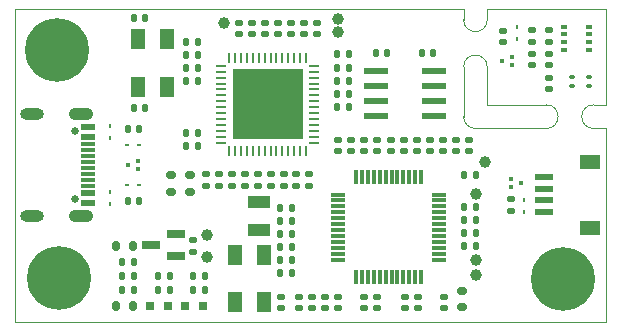
<source format=gbr>
%TF.GenerationSoftware,KiCad,Pcbnew,6.0.10-86aedd382b~118~ubuntu22.04.1*%
%TF.CreationDate,2023-01-11T10:16:45+01:00*%
%TF.ProjectId,nuc-compute-cluster-environment-sensor,6e75632d-636f-46d7-9075-74652d636c75,rev?*%
%TF.SameCoordinates,Original*%
%TF.FileFunction,Soldermask,Top*%
%TF.FilePolarity,Negative*%
%FSLAX46Y46*%
G04 Gerber Fmt 4.6, Leading zero omitted, Abs format (unit mm)*
G04 Created by KiCad (PCBNEW 6.0.10-86aedd382b~118~ubuntu22.04.1) date 2023-01-11 10:16:45 commit a17aeb8*
%MOMM*%
%LPD*%
G01*
G04 APERTURE LIST*
G04 Aperture macros list*
%AMRoundRect*
0 Rectangle with rounded corners*
0 $1 Rounding radius*
0 $2 $3 $4 $5 $6 $7 $8 $9 X,Y pos of 4 corners*
0 Add a 4 corners polygon primitive as box body*
4,1,4,$2,$3,$4,$5,$6,$7,$8,$9,$2,$3,0*
0 Add four circle primitives for the rounded corners*
1,1,$1+$1,$2,$3*
1,1,$1+$1,$4,$5*
1,1,$1+$1,$6,$7*
1,1,$1+$1,$8,$9*
0 Add four rect primitives between the rounded corners*
20,1,$1+$1,$2,$3,$4,$5,0*
20,1,$1+$1,$4,$5,$6,$7,0*
20,1,$1+$1,$6,$7,$8,$9,0*
20,1,$1+$1,$8,$9,$2,$3,0*%
G04 Aperture macros list end*
%TA.AperFunction,Profile*%
%ADD10C,0.100000*%
%TD*%
%ADD11R,1.900000X1.100000*%
%ADD12R,2.000000X0.600000*%
%ADD13RoundRect,0.062500X0.062500X-0.117500X0.062500X0.117500X-0.062500X0.117500X-0.062500X-0.117500X0*%
%ADD14RoundRect,0.147500X-0.147500X-0.172500X0.147500X-0.172500X0.147500X0.172500X-0.147500X0.172500X0*%
%ADD15C,0.650000*%
%ADD16R,1.150000X0.600000*%
%ADD17R,1.150000X0.300000*%
%ADD18O,2.100000X1.050000*%
%ADD19O,2.000000X1.000000*%
%ADD20RoundRect,0.147500X0.147500X0.172500X-0.147500X0.172500X-0.147500X-0.172500X0.147500X-0.172500X0*%
%ADD21C,1.000000*%
%ADD22RoundRect,0.062500X-0.375000X-0.062500X0.375000X-0.062500X0.375000X0.062500X-0.375000X0.062500X0*%
%ADD23RoundRect,0.062500X-0.062500X-0.375000X0.062500X-0.375000X0.062500X0.375000X-0.062500X0.375000X0*%
%ADD24R,5.900000X5.900000*%
%ADD25R,1.550000X0.600000*%
%ADD26R,1.800000X1.200000*%
%ADD27C,5.400000*%
%ADD28RoundRect,0.050000X0.150000X-0.150000X0.150000X0.150000X-0.150000X0.150000X-0.150000X-0.150000X0*%
%ADD29RoundRect,0.147500X0.172500X-0.147500X0.172500X0.147500X-0.172500X0.147500X-0.172500X-0.147500X0*%
%ADD30RoundRect,0.147500X-0.172500X0.147500X-0.172500X-0.147500X0.172500X-0.147500X0.172500X0.147500X0*%
%ADD31R,0.500000X0.350000*%
%ADD32RoundRect,0.120000X0.280000X-0.180000X0.280000X0.180000X-0.280000X0.180000X-0.280000X-0.180000X0*%
%ADD33RoundRect,0.075000X0.175000X0.075000X-0.175000X0.075000X-0.175000X-0.075000X0.175000X-0.075000X0*%
%ADD34R,1.200000X1.800000*%
%ADD35RoundRect,0.120000X0.180000X0.280000X-0.180000X0.280000X-0.180000X-0.280000X0.180000X-0.280000X0*%
%ADD36RoundRect,0.070000X0.650000X0.300000X-0.650000X0.300000X-0.650000X-0.300000X0.650000X-0.300000X0*%
%ADD37R,0.800000X0.800000*%
%ADD38RoundRect,0.050000X-0.150000X0.150000X-0.150000X-0.150000X0.150000X-0.150000X0.150000X0.150000X0*%
%ADD39RoundRect,0.062500X0.117500X0.062500X-0.117500X0.062500X-0.117500X-0.062500X0.117500X-0.062500X0*%
%ADD40RoundRect,0.062500X-0.062500X0.117500X-0.062500X-0.117500X0.062500X-0.117500X0.062500X0.117500X0*%
%ADD41R,1.200000X0.300000*%
%ADD42R,0.300000X1.200000*%
G04 APERTURE END LIST*
D10*
X50000000Y18350000D02*
X50000000Y26500000D01*
X48950000Y18350000D02*
G75*
G03*
X48950000Y16350000I0J-1000000D01*
G01*
X44950000Y16350000D02*
G75*
G03*
X44950000Y18350000I0J1000000D01*
G01*
X50000000Y16350000D02*
X50000000Y0D01*
X39950000Y26500000D02*
X50000000Y26500000D01*
X0Y26500000D02*
X0Y0D01*
X48950000Y16350000D02*
X50000000Y16350000D01*
X37950000Y26500000D02*
X0Y26500000D01*
X37948194Y17351594D02*
G75*
G03*
X38948209Y16351594I1000006J6D01*
G01*
X39950000Y18350000D02*
X44950000Y18350000D01*
X39950000Y18350000D02*
X39950000Y21550000D01*
X37950000Y25550000D02*
X37950000Y26500000D01*
X37950000Y21550000D02*
X37948209Y17351594D01*
X39950000Y21550000D02*
G75*
G03*
X37950000Y21550000I-1000000J0D01*
G01*
X48950000Y18350000D02*
X50000000Y18350000D01*
X39950000Y25550000D02*
X39950000Y26500000D01*
X37950000Y25550000D02*
G75*
G03*
X39950000Y25550000I1000000J0D01*
G01*
X38948209Y16351594D02*
X44950000Y16350000D01*
X0Y0D02*
X50000000Y0D01*
D11*
%TO.C,Y2*%
X20650000Y10155000D03*
X20650000Y7745000D03*
%TD*%
D12*
%TO.C,U4*%
X30500000Y21255000D03*
X30500000Y19985000D03*
X30500000Y18715000D03*
X30500000Y17445000D03*
X35400000Y17445000D03*
X35400000Y18715000D03*
X35400000Y19985000D03*
X35400000Y21255000D03*
%TD*%
D13*
%TO.C,D1*%
X8035000Y15540000D03*
X8035000Y16560000D03*
%TD*%
D14*
%TO.C,C10*%
X14465000Y16000000D03*
X15435000Y16000000D03*
%TD*%
%TO.C,C20*%
X12115000Y3850000D03*
X13085000Y3850000D03*
%TD*%
D15*
%TO.C,J1*%
X5065000Y16140000D03*
X5065000Y10360000D03*
D16*
X6140000Y16450000D03*
X6140000Y15650000D03*
D17*
X6140000Y14500000D03*
X6140000Y13500000D03*
X6140000Y13000000D03*
X6140000Y12000000D03*
D16*
X6140000Y10850000D03*
X6140000Y10050000D03*
X6140000Y10050000D03*
X6140000Y10850000D03*
D17*
X6140000Y11500000D03*
X6140000Y12500000D03*
X6140000Y14000000D03*
X6140000Y15000000D03*
D16*
X6140000Y15650000D03*
X6140000Y16450000D03*
D18*
X5565000Y8930000D03*
X5565000Y17570000D03*
D19*
X1385000Y8930000D03*
X1385000Y17570000D03*
%TD*%
D20*
%TO.C,C11*%
X28235000Y20400000D03*
X27265000Y20400000D03*
%TD*%
D14*
%TO.C,R3*%
X9500000Y10200000D03*
X10470000Y10200000D03*
%TD*%
D20*
%TO.C,C5*%
X15435000Y21450000D03*
X14465000Y21450000D03*
%TD*%
D21*
%TO.C,TP7*%
X16200000Y5450000D03*
%TD*%
D22*
%TO.C,U1*%
X17412500Y21650000D03*
X17412500Y21150000D03*
X17412500Y20650000D03*
X17412500Y20150000D03*
X17412500Y19650000D03*
X17412500Y19150000D03*
X17412500Y18650000D03*
X17412500Y18150000D03*
X17412500Y17650000D03*
X17412500Y17150000D03*
X17412500Y16650000D03*
X17412500Y16150000D03*
X17412500Y15650000D03*
X17412500Y15150000D03*
D23*
X18100000Y14462500D03*
X18600000Y14462500D03*
X19100000Y14462500D03*
X19600000Y14462500D03*
X20100000Y14462500D03*
X20600000Y14462500D03*
X21100000Y14462500D03*
X21600000Y14462500D03*
X22100000Y14462500D03*
X22600000Y14462500D03*
X23100000Y14462500D03*
X23600000Y14462500D03*
X24100000Y14462500D03*
X24600000Y14462500D03*
D22*
X25287500Y15150000D03*
X25287500Y15650000D03*
X25287500Y16150000D03*
X25287500Y16650000D03*
X25287500Y17150000D03*
X25287500Y17650000D03*
X25287500Y18150000D03*
X25287500Y18650000D03*
X25287500Y19150000D03*
X25287500Y19650000D03*
X25287500Y20150000D03*
X25287500Y20650000D03*
X25287500Y21150000D03*
X25287500Y21650000D03*
D23*
X24600000Y22337500D03*
X24100000Y22337500D03*
X23600000Y22337500D03*
X23100000Y22337500D03*
X22600000Y22337500D03*
X22100000Y22337500D03*
X21600000Y22337500D03*
X21100000Y22337500D03*
X20600000Y22337500D03*
X20100000Y22337500D03*
X19600000Y22337500D03*
X19100000Y22337500D03*
X18600000Y22337500D03*
X18100000Y22337500D03*
D24*
X21350000Y18400000D03*
%TD*%
D25*
%TO.C,J2*%
X44785000Y9250000D03*
X44785000Y10250000D03*
X44785000Y11250000D03*
X44785000Y12250000D03*
D26*
X48660000Y7950000D03*
X48660000Y13550000D03*
%TD*%
D20*
%TO.C,R40*%
X38985000Y6400000D03*
X38015000Y6400000D03*
%TD*%
D27*
%TO.C,MP1*%
X3550000Y22950000D03*
%TD*%
D14*
%TO.C,C19*%
X12115000Y2700000D03*
X13085000Y2700000D03*
%TD*%
D28*
%TO.C,D5*%
X10410000Y12900000D03*
X10410000Y13600000D03*
X9560000Y13250000D03*
%TD*%
D29*
%TO.C,R25*%
X16100000Y11515000D03*
X16100000Y12485000D03*
%TD*%
D20*
%TO.C,R20*%
X16035000Y2700000D03*
X15065000Y2700000D03*
%TD*%
D30*
%TO.C,R6*%
X18900000Y25285000D03*
X18900000Y24315000D03*
%TD*%
D14*
%TO.C,C28*%
X22425000Y7400000D03*
X23395000Y7400000D03*
%TD*%
D29*
%TO.C,C36*%
X29550000Y1115000D03*
X29550000Y2085000D03*
%TD*%
D14*
%TO.C,C18*%
X10015000Y18100000D03*
X10985000Y18100000D03*
%TD*%
%TO.C,C30*%
X34415000Y22750000D03*
X35385000Y22750000D03*
%TD*%
D21*
%TO.C,TP8*%
X39000000Y5250000D03*
%TD*%
D30*
%TO.C,R5*%
X20000000Y25285000D03*
X20000000Y24315000D03*
%TD*%
D31*
%TO.C,U6*%
X48525000Y24975000D03*
X48525000Y24325000D03*
X48525000Y23675000D03*
X48525000Y23025000D03*
X46475001Y23025000D03*
X46475001Y23675000D03*
X46475001Y24325000D03*
X46475001Y24975000D03*
%TD*%
D20*
%TO.C,R7*%
X16035000Y3850000D03*
X15065000Y3850000D03*
%TD*%
D30*
%TO.C,R15*%
X24900000Y12485000D03*
X24900000Y11515000D03*
%TD*%
D29*
%TO.C,R26*%
X36200000Y14415000D03*
X36200000Y15385000D03*
%TD*%
D14*
%TO.C,R23*%
X38015000Y7500000D03*
X38985000Y7500000D03*
%TD*%
D29*
%TO.C,C8*%
X21100000Y24315000D03*
X21100000Y25285000D03*
%TD*%
%TO.C,R17*%
X25150000Y1115000D03*
X25150000Y2085000D03*
%TD*%
%TO.C,C23*%
X29550000Y14415000D03*
X29550000Y15385000D03*
%TD*%
D32*
%TO.C,FB1*%
X13150000Y11000000D03*
X13150000Y12400000D03*
%TD*%
D33*
%TO.C,U5*%
X48550000Y19915000D03*
X48550000Y20715000D03*
X47150000Y20715000D03*
X47150000Y19915000D03*
%TD*%
D29*
%TO.C,C29*%
X36250000Y1115000D03*
X36250000Y2085000D03*
%TD*%
D20*
%TO.C,R22*%
X23395000Y8500000D03*
X22425000Y8500000D03*
%TD*%
D27*
%TO.C,MP2*%
X3700000Y3700000D03*
%TD*%
D30*
%TO.C,R13*%
X22700000Y12485000D03*
X22700000Y11515000D03*
%TD*%
D21*
%TO.C,TP9*%
X39000000Y10800000D03*
%TD*%
D30*
%TO.C,C22*%
X15050000Y6885000D03*
X15050000Y5915000D03*
%TD*%
D34*
%TO.C,Y3*%
X21010000Y1650000D03*
X21010000Y5650000D03*
X18610000Y5650000D03*
X18610000Y1650000D03*
%TD*%
D29*
%TO.C,C38*%
X45150000Y19680000D03*
X45150000Y20650000D03*
%TD*%
D35*
%TO.C,FB3*%
X9950000Y6400000D03*
X8550000Y6400000D03*
%TD*%
D30*
%TO.C,R37*%
X43750000Y22650000D03*
X43750000Y21680000D03*
%TD*%
D29*
%TO.C,R16*%
X26250000Y1115000D03*
X26250000Y2085000D03*
%TD*%
D21*
%TO.C,TP6*%
X16200000Y7350000D03*
%TD*%
D36*
%TO.C,U2*%
X13600000Y5550000D03*
X13600000Y7450000D03*
X11500000Y6500000D03*
%TD*%
D14*
%TO.C,C6*%
X14465000Y14900000D03*
X15435000Y14900000D03*
%TD*%
%TO.C,C33*%
X22440000Y4100000D03*
X23410000Y4100000D03*
%TD*%
D20*
%TO.C,R35*%
X28235000Y19300000D03*
X27265000Y19300000D03*
%TD*%
D30*
%TO.C,C37*%
X41250000Y24635000D03*
X41250000Y23665000D03*
%TD*%
D32*
%TO.C,FB2*%
X14750000Y11000000D03*
X14750000Y12400000D03*
%TD*%
D34*
%TO.C,Y1*%
X12800000Y19900000D03*
X12800000Y23900000D03*
X10400000Y23900000D03*
X10400000Y19900000D03*
%TD*%
D20*
%TO.C,R31*%
X28235000Y21500000D03*
X27265000Y21500000D03*
%TD*%
D37*
%TO.C,LD1*%
X11400000Y1300000D03*
X12900000Y1300000D03*
%TD*%
D29*
%TO.C,C32*%
X34050000Y1115000D03*
X34050000Y2085000D03*
%TD*%
D38*
%TO.C,D6*%
X41925000Y12100000D03*
X41925000Y11400000D03*
X42775000Y11750000D03*
%TD*%
D14*
%TO.C,C26*%
X22425000Y9600000D03*
X23395000Y9600000D03*
%TD*%
D30*
%TO.C,C31*%
X32950000Y2085000D03*
X32950000Y1115000D03*
%TD*%
D29*
%TO.C,C2*%
X22200000Y24315000D03*
X22200000Y25285000D03*
%TD*%
D21*
%TO.C,TP4*%
X39000000Y3950000D03*
%TD*%
D30*
%TO.C,R9*%
X37300000Y15385000D03*
X37300000Y14415000D03*
%TD*%
%TO.C,C21*%
X28450000Y15385000D03*
X28450000Y14415000D03*
%TD*%
D29*
%TO.C,C24*%
X41985000Y9365000D03*
X41985000Y10335000D03*
%TD*%
%TO.C,C1*%
X17200000Y11515000D03*
X17200000Y12485000D03*
%TD*%
D20*
%TO.C,R28*%
X23410000Y5200000D03*
X22440000Y5200000D03*
%TD*%
D14*
%TO.C,R24*%
X38015000Y8600000D03*
X38985000Y8600000D03*
%TD*%
D29*
%TO.C,C12*%
X25500000Y24315000D03*
X25500000Y25285000D03*
%TD*%
D14*
%TO.C,C35*%
X22440000Y6300000D03*
X23410000Y6300000D03*
%TD*%
D29*
%TO.C,C7*%
X23300000Y24315000D03*
X23300000Y25285000D03*
%TD*%
D39*
%TO.C,D4*%
X10495000Y11550000D03*
X9475000Y11550000D03*
%TD*%
%TO.C,D3*%
X10495000Y14950000D03*
X9475000Y14950000D03*
%TD*%
D20*
%TO.C,R27*%
X31485000Y22750000D03*
X30515000Y22750000D03*
%TD*%
D32*
%TO.C,FB5*%
X37800000Y1200000D03*
X37800000Y2600000D03*
%TD*%
D28*
%TO.C,D8*%
X42025000Y21700000D03*
X42025000Y22400000D03*
X41175000Y22050000D03*
%TD*%
D20*
%TO.C,C27*%
X38985000Y12400000D03*
X38015000Y12400000D03*
%TD*%
D14*
%TO.C,R2*%
X9500000Y16300000D03*
X10470000Y16300000D03*
%TD*%
D29*
%TO.C,R21*%
X22500000Y1115000D03*
X22500000Y2085000D03*
%TD*%
D14*
%TO.C,R36*%
X27265000Y18200000D03*
X28235000Y18200000D03*
%TD*%
D20*
%TO.C,R39*%
X38985000Y9700000D03*
X38015000Y9700000D03*
%TD*%
D29*
%TO.C,R18*%
X24050000Y1115000D03*
X24050000Y2085000D03*
%TD*%
D13*
%TO.C,D9*%
X42500000Y23890000D03*
X42500000Y24910000D03*
%TD*%
D30*
%TO.C,R10*%
X38400000Y15385000D03*
X38400000Y14415000D03*
%TD*%
D29*
%TO.C,C25*%
X30650000Y14415000D03*
X30650000Y15385000D03*
%TD*%
D30*
%TO.C,R12*%
X21600000Y12485000D03*
X21600000Y11515000D03*
%TD*%
%TO.C,C3*%
X18300000Y12485000D03*
X18300000Y11515000D03*
%TD*%
D14*
%TO.C,C4*%
X9065000Y3850000D03*
X10035000Y3850000D03*
%TD*%
D29*
%TO.C,R8*%
X19400000Y11515000D03*
X19400000Y12485000D03*
%TD*%
%TO.C,R34*%
X34000000Y14415000D03*
X34000000Y15385000D03*
%TD*%
D20*
%TO.C,C9*%
X15435000Y20350000D03*
X14465000Y20350000D03*
%TD*%
D21*
%TO.C,TP5*%
X39800000Y13550000D03*
%TD*%
D30*
%TO.C,C34*%
X30650000Y2085000D03*
X30650000Y1115000D03*
%TD*%
D29*
%TO.C,R33*%
X35100000Y14415000D03*
X35100000Y15385000D03*
%TD*%
%TO.C,R30*%
X31800000Y14415000D03*
X31800000Y15385000D03*
%TD*%
D14*
%TO.C,C16*%
X9065000Y2700000D03*
X10035000Y2700000D03*
%TD*%
D29*
%TO.C,R11*%
X20500000Y11515000D03*
X20500000Y12485000D03*
%TD*%
D35*
%TO.C,FB4*%
X9950000Y1300000D03*
X8550000Y1300000D03*
%TD*%
D30*
%TO.C,C40*%
X45150000Y22650000D03*
X45150000Y21680000D03*
%TD*%
D21*
%TO.C,TP3*%
X17650000Y25300000D03*
%TD*%
D14*
%TO.C,R32*%
X27265000Y22650000D03*
X28235000Y22650000D03*
%TD*%
D40*
%TO.C,D7*%
X43085000Y10260000D03*
X43085000Y9240000D03*
%TD*%
D27*
%TO.C,MP3*%
X46400000Y3600000D03*
%TD*%
D20*
%TO.C,C15*%
X15435000Y23650000D03*
X14465000Y23650000D03*
%TD*%
D29*
%TO.C,C13*%
X24400000Y24315000D03*
X24400000Y25285000D03*
%TD*%
%TO.C,R19*%
X27350000Y1115000D03*
X27350000Y2085000D03*
%TD*%
D30*
%TO.C,R38*%
X43750000Y24650000D03*
X43750000Y23680000D03*
%TD*%
D14*
%TO.C,R4*%
X14465000Y22550000D03*
X15435000Y22550000D03*
%TD*%
D30*
%TO.C,C17*%
X27350000Y15385000D03*
X27350000Y14415000D03*
%TD*%
D20*
%TO.C,C14*%
X10985000Y25700000D03*
X10015000Y25700000D03*
%TD*%
D21*
%TO.C,TP1*%
X27300000Y24500000D03*
%TD*%
D14*
%TO.C,R1*%
X9065000Y5000000D03*
X10035000Y5000000D03*
%TD*%
D30*
%TO.C,R14*%
X23800000Y12485000D03*
X23800000Y11515000D03*
%TD*%
D29*
%TO.C,R29*%
X32900000Y14415000D03*
X32900000Y15385000D03*
%TD*%
D37*
%TO.C,LD2*%
X14350000Y1300000D03*
X15850000Y1300000D03*
%TD*%
D29*
%TO.C,C39*%
X45150000Y23680000D03*
X45150000Y24650000D03*
%TD*%
D21*
%TO.C,TP2*%
X27300000Y25650000D03*
%TD*%
D41*
%TO.C,U3*%
X27350000Y10750000D03*
X27350000Y10250000D03*
X27350000Y9750000D03*
X27350000Y9250000D03*
X27350000Y8750000D03*
X27350000Y8250000D03*
X27350000Y7750000D03*
X27350000Y7250000D03*
X27350000Y6750000D03*
X27350000Y6250000D03*
X27350000Y5750000D03*
X27350000Y5250000D03*
D42*
X28850000Y3750000D03*
X29350000Y3750000D03*
X29850000Y3750000D03*
X30350000Y3750000D03*
X30850000Y3750000D03*
X31350000Y3750000D03*
X31850000Y3750000D03*
X32350000Y3750000D03*
X32850000Y3750000D03*
X33350000Y3750000D03*
X33850000Y3750000D03*
X34350000Y3750000D03*
D41*
X35850000Y5250000D03*
X35850000Y5750000D03*
X35850000Y6250000D03*
X35850000Y6750000D03*
X35850000Y7250000D03*
X35850000Y7750000D03*
X35850000Y8250000D03*
X35850000Y8750000D03*
X35850000Y9250000D03*
X35850000Y9750000D03*
X35850000Y10250000D03*
X35850000Y10750000D03*
D42*
X34350000Y12250000D03*
X33850000Y12250000D03*
X33350000Y12250000D03*
X32850000Y12250000D03*
X32350000Y12250000D03*
X31850000Y12250000D03*
X31350000Y12250000D03*
X30850000Y12250000D03*
X30350000Y12250000D03*
X29850000Y12250000D03*
X29350000Y12250000D03*
X28850000Y12250000D03*
%TD*%
D40*
%TO.C,D2*%
X8035000Y10960000D03*
X8035000Y9940000D03*
%TD*%
M02*

</source>
